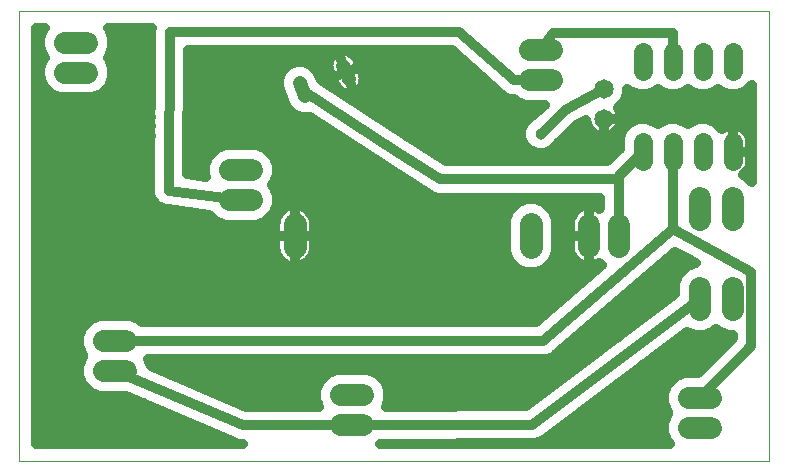
<source format=gtl>
G75*
G70*
%OFA0B0*%
%FSLAX24Y24*%
%IPPOS*%
%LPD*%
%AMOC8*
5,1,8,0,0,1.08239X$1,22.5*
%
%ADD10C,0.0000*%
%ADD11C,0.0630*%
%ADD12C,0.0740*%
%ADD13C,0.0472*%
%ADD14C,0.0650*%
%ADD15C,0.0765*%
%ADD16C,0.0320*%
%ADD17C,0.0380*%
D10*
X000262Y000262D02*
X000262Y015262D01*
X025262Y015262D01*
X025262Y000262D01*
X000262Y000262D01*
D11*
X021062Y010247D02*
X021062Y010877D01*
X022062Y010877D02*
X022062Y010247D01*
X023062Y010247D02*
X023062Y010877D01*
X024062Y010877D02*
X024062Y010247D01*
X024062Y013247D02*
X024062Y013877D01*
X023062Y013877D02*
X023062Y013247D01*
X022062Y013247D02*
X022062Y013877D01*
X021062Y013877D02*
X021062Y013247D01*
D12*
X018032Y012962D02*
X017292Y012962D01*
X017292Y013962D02*
X018032Y013962D01*
X022962Y009032D02*
X022962Y008292D01*
X024062Y008292D02*
X024062Y009032D01*
X020262Y008132D02*
X020262Y007392D01*
X019262Y007392D02*
X019262Y008132D01*
X022962Y006032D02*
X022962Y005292D01*
X024062Y005292D02*
X024062Y006032D01*
X023332Y002362D02*
X022592Y002362D01*
X022592Y001362D02*
X023332Y001362D01*
X011752Y001442D02*
X011012Y001442D01*
X011012Y002442D02*
X011752Y002442D01*
X003832Y003262D02*
X003092Y003262D01*
X003092Y004262D02*
X003832Y004262D01*
X007292Y008962D02*
X008032Y008962D01*
X008032Y009962D02*
X007292Y009962D01*
X002552Y013202D02*
X001812Y013202D01*
X001812Y014202D02*
X002552Y014202D01*
D13*
X009624Y012846D02*
X009800Y012408D01*
X011261Y012998D02*
X011084Y013436D01*
D14*
X019762Y012662D03*
X019762Y011662D03*
D15*
X017336Y008145D02*
X017336Y007380D01*
X009462Y007380D02*
X009462Y008145D01*
D16*
X009462Y008226D02*
X009462Y008226D01*
X009462Y008544D02*
X009462Y008544D01*
X009336Y008776D02*
X009255Y008754D01*
X009177Y008722D01*
X009104Y008680D01*
X009037Y008629D01*
X008978Y008569D01*
X008927Y008502D01*
X008885Y008429D01*
X008852Y008352D01*
X008831Y008270D01*
X008820Y008187D01*
X008820Y007762D01*
X008820Y007337D01*
X008831Y007254D01*
X008852Y007173D01*
X008885Y007095D01*
X008927Y007022D01*
X008978Y006955D01*
X009037Y006895D01*
X009104Y006844D01*
X009177Y006802D01*
X009255Y006770D01*
X009336Y006748D01*
X009420Y006737D01*
X009462Y006737D01*
X009504Y006737D01*
X009588Y006748D01*
X009669Y006770D01*
X009747Y006802D01*
X009820Y006844D01*
X009887Y006895D01*
X009946Y006955D01*
X009997Y007022D01*
X010039Y007095D01*
X010072Y007173D01*
X010094Y007254D01*
X010105Y007337D01*
X010105Y007762D01*
X010105Y008187D01*
X010094Y008270D01*
X010072Y008352D01*
X010039Y008429D01*
X009997Y008502D01*
X009946Y008569D01*
X009887Y008629D01*
X009820Y008680D01*
X009747Y008722D01*
X009669Y008754D01*
X009588Y008776D01*
X009504Y008787D01*
X009462Y008787D01*
X009420Y008787D01*
X009336Y008776D01*
X009462Y008787D02*
X009462Y007762D01*
X008820Y007762D01*
X009462Y007762D01*
X009462Y007762D01*
X009462Y006737D01*
X009462Y007762D01*
X009462Y007762D01*
X009462Y007762D01*
X009462Y008787D01*
X008959Y008544D02*
X008757Y008544D01*
X008736Y008492D02*
X008862Y008797D01*
X008862Y009127D01*
X008736Y009432D01*
X008706Y009462D01*
X008736Y009492D01*
X008862Y009797D01*
X008862Y010127D01*
X008736Y010432D01*
X008502Y010666D01*
X008197Y010792D01*
X007127Y010792D01*
X006822Y010666D01*
X006588Y010432D01*
X006462Y010127D01*
X006462Y009797D01*
X006488Y009734D01*
X005886Y009809D01*
X005917Y013942D01*
X014706Y013942D01*
X016342Y012486D01*
X016423Y012409D01*
X016433Y012405D01*
X016442Y012397D01*
X016547Y012360D01*
X016652Y012319D01*
X016664Y012320D01*
X016675Y012316D01*
X016759Y012321D01*
X016822Y012258D01*
X017127Y012132D01*
X017787Y012132D01*
X017381Y011749D01*
X017294Y011713D01*
X017111Y011530D01*
X017012Y011291D01*
X017012Y011033D01*
X017111Y010794D01*
X017294Y010611D01*
X017533Y010512D01*
X017791Y010512D01*
X018030Y010611D01*
X018213Y010794D01*
X018237Y010852D01*
X018898Y011475D01*
X019177Y011630D01*
X019177Y011616D01*
X019191Y011525D01*
X019220Y011437D01*
X019262Y011355D01*
X019316Y011281D01*
X019381Y011216D01*
X019455Y011162D01*
X019537Y011120D01*
X019625Y011091D01*
X019716Y011077D01*
X019762Y011077D01*
X019808Y011077D01*
X019899Y011091D01*
X019987Y011120D01*
X020069Y011162D01*
X020143Y011216D01*
X020208Y011281D01*
X020262Y011355D01*
X020304Y011437D01*
X020333Y011525D01*
X020347Y011616D01*
X020347Y011662D01*
X020347Y011708D01*
X020333Y011799D01*
X020304Y011887D01*
X020262Y011969D01*
X020227Y012017D01*
X020428Y012217D01*
X020547Y012506D01*
X020547Y012666D01*
X020623Y012590D01*
X020908Y012472D01*
X021216Y012472D01*
X021501Y012590D01*
X021562Y012651D01*
X021623Y012590D01*
X021908Y012472D01*
X022216Y012472D01*
X022501Y012590D01*
X022562Y012651D01*
X022623Y012590D01*
X022908Y012472D01*
X023216Y012472D01*
X023501Y012590D01*
X023562Y012651D01*
X023623Y012590D01*
X023908Y012472D01*
X024216Y012472D01*
X024501Y012590D01*
X024702Y012791D01*
X024702Y009566D01*
X024532Y009736D01*
X024407Y009787D01*
X024437Y009808D01*
X024501Y009872D01*
X024554Y009946D01*
X024595Y010026D01*
X024623Y010112D01*
X024637Y010202D01*
X024637Y010562D01*
X024637Y010922D01*
X024623Y011012D01*
X024595Y011098D01*
X024554Y011178D01*
X024501Y011252D01*
X024437Y011316D01*
X024363Y011369D01*
X024283Y011410D01*
X024197Y011438D01*
X024107Y011452D01*
X024062Y011452D01*
X024017Y011452D01*
X023927Y011438D01*
X023841Y011410D01*
X023761Y011369D01*
X023706Y011329D01*
X023501Y011534D01*
X023216Y011652D01*
X022908Y011652D01*
X022623Y011534D01*
X022562Y011473D01*
X022501Y011534D01*
X022216Y011652D01*
X021908Y011652D01*
X021623Y011534D01*
X021562Y011473D01*
X021501Y011534D01*
X021216Y011652D01*
X020908Y011652D01*
X020623Y011534D01*
X020405Y011316D01*
X020287Y011031D01*
X020287Y010664D01*
X019885Y010262D01*
X014492Y010262D01*
X013197Y011084D01*
X010326Y012966D01*
X010217Y013235D01*
X010023Y013433D01*
X009768Y013541D01*
X009491Y013543D01*
X009234Y013440D01*
X009037Y013246D01*
X008929Y012991D01*
X008926Y012714D01*
X009207Y012019D01*
X009401Y011821D01*
X009656Y011713D01*
X009933Y011711D01*
X009961Y011722D01*
X012423Y010108D01*
X012426Y010105D01*
X012524Y010042D01*
X012625Y009976D01*
X012630Y009975D01*
X013922Y009155D01*
X013961Y009116D01*
X014025Y009090D01*
X014084Y009052D01*
X014138Y009043D01*
X014189Y009022D01*
X014258Y009022D01*
X014327Y009010D01*
X014381Y009022D01*
X019642Y009022D01*
X019642Y008686D01*
X019612Y008656D01*
X019592Y008671D01*
X019504Y008716D01*
X019410Y008746D01*
X019312Y008762D01*
X019262Y008762D01*
X019212Y008762D01*
X019114Y008746D01*
X019020Y008716D01*
X018932Y008671D01*
X018852Y008613D01*
X018781Y008542D01*
X018723Y008462D01*
X018678Y008374D01*
X018648Y008280D01*
X018632Y008182D01*
X018632Y007762D01*
X018632Y007342D01*
X018648Y007244D01*
X018678Y007150D01*
X018723Y007062D01*
X018781Y006982D01*
X018852Y006911D01*
X018932Y006853D01*
X019020Y006808D01*
X019114Y006778D01*
X019212Y006762D01*
X019262Y006762D01*
X019312Y006762D01*
X019410Y006778D01*
X019504Y006808D01*
X019592Y006853D01*
X019612Y006868D01*
X019709Y006772D01*
X017514Y004882D01*
X004386Y004882D01*
X004302Y004966D01*
X003997Y005092D01*
X002927Y005092D01*
X002622Y004966D01*
X002388Y004732D01*
X002262Y004427D01*
X002262Y004097D01*
X002388Y003792D01*
X002418Y003762D01*
X002388Y003732D01*
X002262Y003427D01*
X002262Y003097D01*
X002388Y002792D01*
X002622Y002558D01*
X002927Y002432D01*
X003827Y002432D01*
X007368Y000919D01*
X007371Y000916D01*
X007483Y000870D01*
X007592Y000823D01*
X007595Y000823D01*
X007599Y000822D01*
X007719Y000822D01*
X007725Y000822D01*
X000822Y000822D01*
X000822Y014702D01*
X001138Y014702D01*
X001108Y014672D01*
X000982Y014367D01*
X000982Y014037D01*
X001108Y013732D01*
X001138Y013702D01*
X001108Y013672D01*
X000982Y013367D01*
X000982Y013037D01*
X001108Y012732D01*
X001342Y012498D01*
X001647Y012372D01*
X002717Y012372D01*
X003022Y012498D01*
X003256Y012732D01*
X003382Y013037D01*
X003382Y013367D01*
X003256Y013672D01*
X003226Y013702D01*
X003256Y013732D01*
X003382Y014037D01*
X003382Y014367D01*
X003256Y014672D01*
X003226Y014702D01*
X004688Y014702D01*
X004683Y014690D01*
X004683Y014688D01*
X004682Y014685D01*
X004682Y014563D01*
X004642Y009303D01*
X004632Y009217D01*
X004641Y009181D01*
X000822Y009181D01*
X000822Y008863D02*
X004785Y008863D01*
X004795Y008853D02*
X004848Y008784D01*
X004881Y008766D01*
X004907Y008739D01*
X004987Y008705D01*
X005063Y008662D01*
X005100Y008658D01*
X005134Y008643D01*
X005221Y008642D01*
X006612Y008469D01*
X006822Y008258D01*
X007127Y008132D01*
X008197Y008132D01*
X008502Y008258D01*
X008736Y008492D01*
X008825Y008226D02*
X008423Y008226D01*
X008820Y007907D02*
X000822Y007907D01*
X000822Y007589D02*
X008820Y007589D01*
X008828Y007270D02*
X000822Y007270D01*
X000822Y006951D02*
X008981Y006951D01*
X009462Y006951D02*
X009462Y006951D01*
X009462Y007270D02*
X009462Y007270D01*
X009462Y007589D02*
X009462Y007589D01*
X009462Y007762D02*
X009462Y007762D01*
X010105Y007762D01*
X009462Y007762D01*
X009462Y007907D02*
X009462Y007907D01*
X010105Y007907D02*
X016494Y007907D01*
X016494Y007589D02*
X010105Y007589D01*
X010096Y007270D02*
X016494Y007270D01*
X016494Y007212D02*
X016622Y006902D01*
X016859Y006665D01*
X017168Y006537D01*
X017504Y006537D01*
X017813Y006665D01*
X018050Y006902D01*
X018179Y007212D01*
X018179Y008312D01*
X018050Y008622D01*
X017813Y008859D01*
X017504Y008987D01*
X017168Y008987D01*
X016859Y008859D01*
X016622Y008622D01*
X016494Y008312D01*
X016494Y007212D01*
X016601Y006951D02*
X009943Y006951D01*
X010099Y008226D02*
X016494Y008226D01*
X016590Y008544D02*
X009965Y008544D01*
X008862Y008863D02*
X016868Y008863D01*
X017804Y008863D02*
X019642Y008863D01*
X019262Y008762D02*
X019262Y007762D01*
X019262Y006762D01*
X019262Y007762D01*
X019262Y007762D01*
X018632Y007762D01*
X019262Y007762D01*
X019262Y007762D01*
X019262Y008762D01*
X019262Y008544D02*
X019262Y008544D01*
X019262Y008226D02*
X019262Y008226D01*
X019262Y007907D02*
X019262Y007907D01*
X019262Y007762D02*
X019262Y007762D01*
X019262Y007589D02*
X019262Y007589D01*
X019262Y007270D02*
X019262Y007270D01*
X019262Y006951D02*
X019262Y006951D01*
X019548Y006633D02*
X017735Y006633D01*
X018071Y006951D02*
X018812Y006951D01*
X018644Y007270D02*
X018179Y007270D01*
X018179Y007589D02*
X018632Y007589D01*
X018632Y007907D02*
X018179Y007907D01*
X018179Y008226D02*
X018639Y008226D01*
X018783Y008544D02*
X018082Y008544D01*
X020262Y007762D02*
X020262Y009642D01*
X020262Y009762D01*
X021062Y010562D01*
X020287Y010774D02*
X018193Y010774D01*
X018492Y011093D02*
X019622Y011093D01*
X019762Y011093D02*
X019762Y011093D01*
X019762Y011077D02*
X019762Y011662D01*
X019762Y011662D01*
X019762Y011077D01*
X019902Y011093D02*
X020312Y011093D01*
X020291Y011411D02*
X020500Y011411D01*
X020347Y011662D02*
X019762Y011662D01*
X020347Y011662D01*
X020344Y011730D02*
X024702Y011730D01*
X024702Y012048D02*
X020258Y012048D01*
X020489Y012367D02*
X024702Y012367D01*
X024702Y012685D02*
X024596Y012685D01*
X024702Y011411D02*
X024279Y011411D01*
X024062Y011411D02*
X024062Y011411D01*
X024062Y011452D02*
X024062Y010562D01*
X024062Y010562D01*
X024062Y011452D01*
X023845Y011411D02*
X023624Y011411D01*
X024062Y011093D02*
X024062Y011093D01*
X024062Y010774D02*
X024062Y010774D01*
X024062Y010562D02*
X024637Y010562D01*
X024062Y010562D01*
X024062Y010562D01*
X024637Y010455D02*
X024702Y010455D01*
X024702Y010137D02*
X024627Y010137D01*
X024702Y009818D02*
X024446Y009818D01*
X024637Y010774D02*
X024702Y010774D01*
X024702Y011093D02*
X024597Y011093D01*
X022062Y010562D02*
X022062Y007980D01*
X017744Y004262D01*
X003462Y004262D01*
X002414Y003766D02*
X000822Y003766D01*
X000822Y003447D02*
X002271Y003447D01*
X002262Y003129D02*
X000822Y003129D01*
X000822Y002810D02*
X002381Y002810D01*
X002783Y002492D02*
X000822Y002492D01*
X000822Y002173D02*
X004432Y002173D01*
X005178Y001855D02*
X000822Y001855D01*
X000822Y001536D02*
X005924Y001536D01*
X006669Y001218D02*
X000822Y001218D01*
X000822Y000899D02*
X007413Y000899D01*
X007722Y001442D02*
X003462Y003262D01*
X004573Y003642D02*
X017721Y003642D01*
X017821Y003635D01*
X017844Y003642D01*
X017868Y003642D01*
X017960Y003680D01*
X018055Y003712D01*
X018073Y003727D01*
X018095Y003736D01*
X018166Y003807D01*
X022142Y007231D01*
X022823Y006862D01*
X022797Y006862D01*
X022492Y006736D01*
X022258Y006502D01*
X022132Y006197D01*
X022132Y005813D01*
X017174Y002081D01*
X012494Y002066D01*
X012582Y002277D01*
X012582Y002607D01*
X012456Y002912D01*
X012222Y003146D01*
X011917Y003272D01*
X010847Y003272D01*
X010542Y003146D01*
X010308Y002912D01*
X010182Y002607D01*
X010182Y002277D01*
X010271Y002062D01*
X007849Y002062D01*
X004662Y003424D01*
X004662Y003427D01*
X004573Y003642D01*
X004654Y003447D02*
X018989Y003447D01*
X018566Y003129D02*
X012239Y003129D01*
X012498Y002810D02*
X018143Y002810D01*
X017719Y002492D02*
X012582Y002492D01*
X012539Y002173D02*
X017296Y002173D01*
X017382Y001462D02*
X011382Y001442D01*
X007722Y001442D01*
X007588Y002173D02*
X010225Y002173D01*
X010182Y002492D02*
X006843Y002492D01*
X006097Y002810D02*
X010266Y002810D01*
X010525Y003129D02*
X005352Y003129D01*
X002384Y004722D02*
X000822Y004722D01*
X000822Y005040D02*
X002802Y005040D01*
X002262Y004403D02*
X000822Y004403D01*
X000822Y004085D02*
X002267Y004085D01*
X004122Y005040D02*
X017698Y005040D01*
X018068Y005359D02*
X000822Y005359D01*
X000822Y005677D02*
X018438Y005677D01*
X018808Y005996D02*
X000822Y005996D01*
X000822Y006314D02*
X019178Y006314D01*
X020338Y005677D02*
X021951Y005677D01*
X022132Y005996D02*
X020708Y005996D01*
X021078Y006314D02*
X022181Y006314D01*
X022389Y006633D02*
X021448Y006633D01*
X021818Y006951D02*
X022658Y006951D01*
X022062Y007980D02*
X024683Y006559D01*
X024683Y004103D01*
X022962Y002362D01*
X022122Y003066D02*
X021888Y002832D01*
X021762Y002527D01*
X021762Y002197D01*
X021888Y001892D01*
X021918Y001862D01*
X021888Y001832D01*
X021762Y001527D01*
X021762Y001197D01*
X021888Y000892D01*
X021958Y000822D01*
X012306Y000822D01*
X012309Y000825D01*
X017339Y000842D01*
X017418Y000831D01*
X017462Y000842D01*
X017507Y000842D01*
X017580Y000873D01*
X017656Y000893D01*
X017693Y000920D01*
X017735Y000938D01*
X017790Y000993D01*
X022540Y004568D01*
X022797Y004462D01*
X023127Y004462D01*
X023432Y004588D01*
X023512Y004668D01*
X023592Y004588D01*
X023897Y004462D01*
X024063Y004462D01*
X024063Y004357D01*
X022911Y003192D01*
X022427Y003192D01*
X022122Y003066D01*
X022275Y003129D02*
X020628Y003129D01*
X021051Y003447D02*
X023163Y003447D01*
X023478Y003766D02*
X021474Y003766D01*
X021897Y004085D02*
X023793Y004085D01*
X024063Y004403D02*
X022320Y004403D01*
X021105Y005040D02*
X019598Y005040D01*
X019228Y004722D02*
X020682Y004722D01*
X020259Y004403D02*
X018858Y004403D01*
X018488Y004085D02*
X019835Y004085D01*
X019412Y003766D02*
X018125Y003766D01*
X019781Y002492D02*
X021762Y002492D01*
X021772Y002173D02*
X019358Y002173D01*
X018935Y001855D02*
X021911Y001855D01*
X021766Y001536D02*
X018511Y001536D01*
X018088Y001218D02*
X021762Y001218D01*
X021885Y000899D02*
X017665Y000899D01*
X017382Y001462D02*
X022962Y005662D01*
X021528Y005359D02*
X019968Y005359D01*
X016937Y006633D02*
X000822Y006633D01*
X000822Y008226D02*
X006901Y008226D01*
X006006Y008544D02*
X000822Y008544D01*
X000822Y009500D02*
X004644Y009500D01*
X004646Y009818D02*
X000822Y009818D01*
X000822Y010137D02*
X004649Y010137D01*
X004651Y010455D02*
X000822Y010455D01*
X000822Y010774D02*
X004653Y010774D01*
X004656Y011093D02*
X000822Y011093D01*
X000822Y011411D02*
X004658Y011411D01*
X004661Y011730D02*
X000822Y011730D01*
X000822Y012048D02*
X004663Y012048D01*
X004666Y012367D02*
X000822Y012367D01*
X000822Y012685D02*
X001155Y012685D01*
X000996Y013004D02*
X000822Y013004D01*
X000822Y013322D02*
X000982Y013322D01*
X001095Y013641D02*
X000822Y013641D01*
X000822Y013959D02*
X001014Y013959D01*
X000982Y014278D02*
X000822Y014278D01*
X000822Y014596D02*
X001077Y014596D01*
X003287Y014596D02*
X004682Y014596D01*
X004680Y014278D02*
X003382Y014278D01*
X003350Y013959D02*
X004678Y013959D01*
X004675Y013641D02*
X003269Y013641D01*
X003382Y013322D02*
X004673Y013322D01*
X004670Y013004D02*
X003368Y013004D01*
X003209Y012685D02*
X004668Y012685D01*
X005908Y012685D02*
X008938Y012685D01*
X008934Y013004D02*
X005910Y013004D01*
X005913Y013322D02*
X009115Y013322D01*
X009712Y012627D02*
X012862Y010562D01*
X014312Y009642D01*
X020262Y009642D01*
X020079Y010455D02*
X014187Y010455D01*
X013685Y010774D02*
X017131Y010774D01*
X017012Y011093D02*
X013184Y011093D01*
X012698Y011411D02*
X017062Y011411D01*
X017334Y011730D02*
X012212Y011730D01*
X011726Y012048D02*
X017698Y012048D01*
X018530Y011980D02*
X017662Y011162D01*
X018830Y011411D02*
X019233Y011411D01*
X019762Y011411D02*
X019762Y011411D01*
X019762Y011662D02*
X019762Y011662D01*
X019762Y012662D02*
X018530Y011980D01*
X017662Y012962D02*
X016762Y012942D01*
X014942Y014562D01*
X005302Y014562D01*
X005262Y009262D01*
X007662Y008962D01*
X008739Y009500D02*
X013379Y009500D01*
X012877Y009818D02*
X008862Y009818D01*
X008858Y010137D02*
X012380Y010137D01*
X011894Y010455D02*
X008712Y010455D01*
X008241Y010774D02*
X011408Y010774D01*
X010922Y011093D02*
X005896Y011093D01*
X005898Y011411D02*
X010436Y011411D01*
X009617Y011730D02*
X005901Y011730D01*
X005903Y012048D02*
X009195Y012048D01*
X009066Y012367D02*
X005905Y012367D01*
X005915Y013641D02*
X010632Y013641D01*
X010642Y013666D02*
X010612Y013594D01*
X010593Y013518D01*
X010586Y013440D01*
X010591Y013362D01*
X010609Y013286D01*
X010712Y013031D01*
X010815Y012776D01*
X010855Y012709D01*
X010906Y012649D01*
X010964Y012598D01*
X011031Y012556D01*
X011103Y012526D01*
X011178Y012507D01*
X011256Y012500D01*
X011334Y012506D01*
X011410Y012523D01*
X011446Y012538D01*
X011172Y013217D01*
X011172Y013217D01*
X010712Y013031D01*
X011172Y013217D01*
X010898Y013896D01*
X011172Y013217D01*
X011172Y013217D01*
X011632Y013403D01*
X011529Y013658D01*
X011489Y013725D01*
X011439Y013785D01*
X011380Y013836D01*
X011314Y013877D01*
X011242Y013908D01*
X011166Y013927D01*
X011088Y013934D01*
X011010Y013928D01*
X010934Y013911D01*
X010898Y013896D01*
X010862Y013881D01*
X010795Y013841D01*
X010735Y013791D01*
X010684Y013732D01*
X010642Y013666D01*
X011001Y013641D02*
X011001Y013641D01*
X011129Y013322D02*
X011130Y013322D01*
X011173Y013217D02*
X011172Y013217D01*
X011447Y012538D01*
X011483Y012553D01*
X011550Y012593D01*
X011609Y012643D01*
X011661Y012702D01*
X011702Y012768D01*
X011733Y012840D01*
X011751Y012916D01*
X011758Y012994D01*
X011753Y013071D01*
X011735Y013148D01*
X011632Y013403D01*
X011173Y013217D01*
X011172Y013217D02*
X011172Y013217D01*
X011432Y013322D02*
X011433Y013322D01*
X011665Y013322D02*
X015402Y013322D01*
X015044Y013641D02*
X011536Y013641D01*
X010601Y013322D02*
X010132Y013322D01*
X010311Y013004D02*
X010723Y013004D01*
X010754Y012685D02*
X010875Y012685D01*
X011240Y012367D02*
X016529Y012367D01*
X016118Y012685D02*
X011646Y012685D01*
X011387Y012685D02*
X011387Y012685D01*
X011258Y013004D02*
X011258Y013004D01*
X011758Y013004D02*
X015760Y013004D01*
X017662Y013962D02*
X018062Y014512D01*
X022062Y014512D01*
X022062Y013562D01*
X013881Y009181D02*
X008840Y009181D01*
X006462Y009818D02*
X005886Y009818D01*
X005889Y010137D02*
X006466Y010137D01*
X006612Y010455D02*
X005891Y010455D01*
X005893Y010774D02*
X007083Y010774D01*
X004641Y009181D02*
X004641Y009143D01*
X004674Y009063D01*
X004697Y008979D01*
X004720Y008949D01*
X004734Y008915D01*
X004795Y008853D01*
X020204Y002810D02*
X021879Y002810D01*
D17*
X021362Y001862D03*
X015962Y003062D03*
X014562Y006162D03*
X007762Y002962D03*
X004242Y001262D03*
X005962Y008282D03*
X012762Y012962D03*
X016762Y011762D03*
X017662Y011162D03*
X018162Y010362D03*
X021562Y012062D03*
X006882Y013482D03*
M02*

</source>
